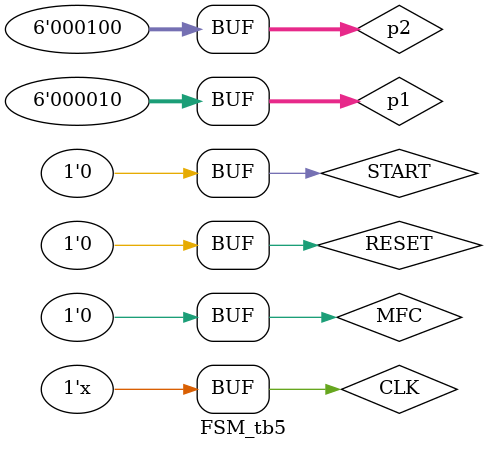
<source format=v>

`timescale 1ns/1ns
module FSM_tb5;

// Inputs
reg CLK; reg RESET; reg START; reg MFC; reg[5:0] p1; reg[5:0] p2;
// Outputs
wire PCinc; wire MARin; wire MDRwrite; 
wire Ri1Out; wire Ri2Out; wire Ri3Out; wire Ri4Out; 
wire memEn; wire memOp; wire MDRout; 
wire Rj1Out; wire Rj2Out; wire Rj3Out; wire Rj4Out; 
wire finish;

// Instantiate Module
	Store_FSM test (CLK, RESET, START, MFC, PCinc, Ri1Out, Ri2Out, Ri3Out, Ri4Out, MARin, MDRwrite, memEn,
		 memOp, MDRout, Rj1Out, Rj2Out, Rj3Out, Rj4Out, p1, p2, finish);

initial
   begin
	CLK = 0;
	RESET = 0;
	START = 0;
	MFC = 0;
	p1 = 6'b000010;
	p2 = 6'b000100;
	#200;  
	RESET = 1;
	#200;  
	RESET = 0;
	#200; 
	START = 1;
	#200;
	START = 0;
	#400;
	MFC = 1;
	#200;
	MFC = 0;
   end

always #100 CLK = ~CLK;

endmodule

</source>
